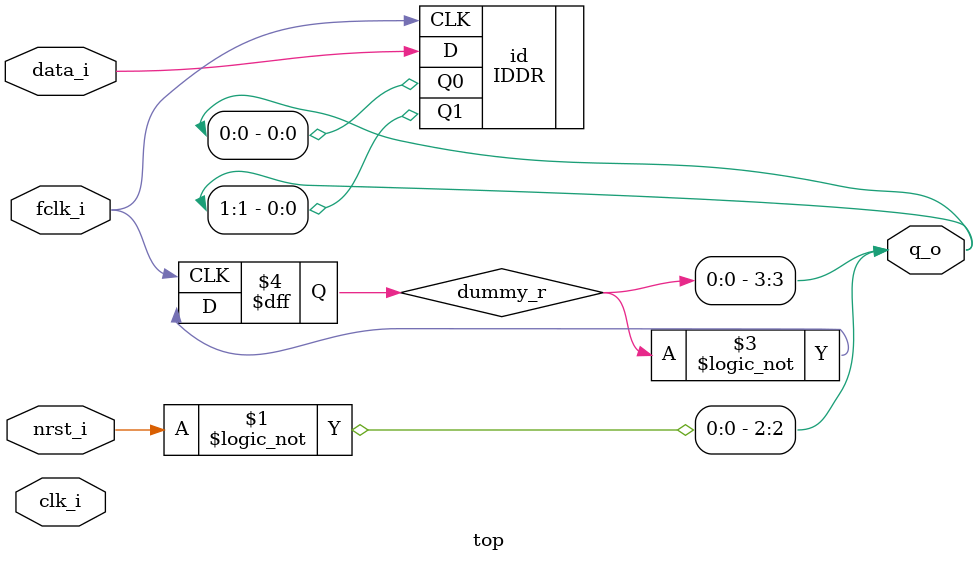
<source format=v>
`default_nettype none
module top(input wire clk_i, 
	input wire nrst_i, 
	input wire fclk_i,
	input wire data_i,
	output wire [7:0]q_o);

	assign q_o[2] = !nrst_i;
    IDDR id(
        .D(data_i),
		.CLK(fclk_i),
        .Q0(q_o[0]),
        .Q1(q_o[1])
    );
	defparam id.Q0_INIT=1'b0;
	defparam id.Q1_INIT=1'b0;

	// dummy DFF
	assign q_o[3] = dummy_r;
	reg dummy_r;
	always @(posedge fclk_i) begin
		dummy_r <= !dummy_r;
	end
endmodule

</source>
